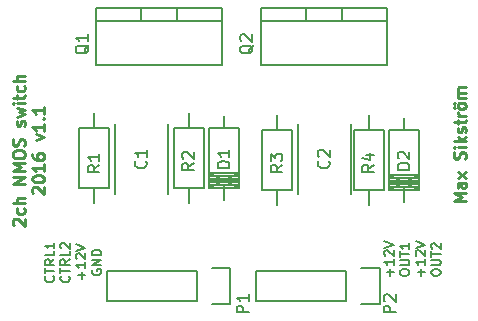
<source format=gto>
G04 #@! TF.FileFunction,Legend,Top*
%FSLAX45Y45*%
G04 Gerber Fmt 4.5, Leading zero omitted, Abs format (unit mm)*
G04 Created by KiCad (PCBNEW 4.0.1-stable) date 2016 October 24, Monday 13:30:03*
%MOMM*%
G01*
G04 APERTURE LIST*
%ADD10C,0.100000*%
%ADD11C,0.200000*%
%ADD12C,0.250000*%
%ADD13C,0.150000*%
G04 APERTURE END LIST*
D10*
D11*
X15857714Y-11765952D02*
X15857714Y-11705000D01*
X15888190Y-11735476D02*
X15827238Y-11735476D01*
X15888190Y-11625000D02*
X15888190Y-11670714D01*
X15888190Y-11647857D02*
X15808190Y-11647857D01*
X15819619Y-11655476D01*
X15827238Y-11663095D01*
X15831048Y-11670714D01*
X15815809Y-11594524D02*
X15812000Y-11590714D01*
X15808190Y-11583095D01*
X15808190Y-11564048D01*
X15812000Y-11556429D01*
X15815809Y-11552619D01*
X15823429Y-11548809D01*
X15831048Y-11548809D01*
X15842476Y-11552619D01*
X15888190Y-11598333D01*
X15888190Y-11548809D01*
X15808190Y-11525952D02*
X15888190Y-11499286D01*
X15808190Y-11472619D01*
X15940190Y-11743095D02*
X15940190Y-11727857D01*
X15944000Y-11720238D01*
X15951619Y-11712619D01*
X15966857Y-11708809D01*
X15993524Y-11708809D01*
X16008762Y-11712619D01*
X16016381Y-11720238D01*
X16020190Y-11727857D01*
X16020190Y-11743095D01*
X16016381Y-11750714D01*
X16008762Y-11758333D01*
X15993524Y-11762143D01*
X15966857Y-11762143D01*
X15951619Y-11758333D01*
X15944000Y-11750714D01*
X15940190Y-11743095D01*
X15940190Y-11674524D02*
X16004952Y-11674524D01*
X16012571Y-11670714D01*
X16016381Y-11666905D01*
X16020190Y-11659286D01*
X16020190Y-11644048D01*
X16016381Y-11636428D01*
X16012571Y-11632619D01*
X16004952Y-11628809D01*
X15940190Y-11628809D01*
X15940190Y-11602143D02*
X15940190Y-11556429D01*
X16020190Y-11579286D02*
X15940190Y-11579286D01*
X16020190Y-11487857D02*
X16020190Y-11533571D01*
X16020190Y-11510714D02*
X15940190Y-11510714D01*
X15951619Y-11518333D01*
X15959238Y-11525952D01*
X15963048Y-11533571D01*
X16121714Y-11765952D02*
X16121714Y-11705000D01*
X16152190Y-11735476D02*
X16091238Y-11735476D01*
X16152190Y-11625000D02*
X16152190Y-11670714D01*
X16152190Y-11647857D02*
X16072190Y-11647857D01*
X16083619Y-11655476D01*
X16091238Y-11663095D01*
X16095048Y-11670714D01*
X16079809Y-11594524D02*
X16076000Y-11590714D01*
X16072190Y-11583095D01*
X16072190Y-11564048D01*
X16076000Y-11556429D01*
X16079809Y-11552619D01*
X16087429Y-11548809D01*
X16095048Y-11548809D01*
X16106476Y-11552619D01*
X16152190Y-11598333D01*
X16152190Y-11548809D01*
X16072190Y-11525952D02*
X16152190Y-11499286D01*
X16072190Y-11472619D01*
X16204190Y-11743095D02*
X16204190Y-11727857D01*
X16208000Y-11720238D01*
X16215619Y-11712619D01*
X16230857Y-11708809D01*
X16257524Y-11708809D01*
X16272762Y-11712619D01*
X16280381Y-11720238D01*
X16284190Y-11727857D01*
X16284190Y-11743095D01*
X16280381Y-11750714D01*
X16272762Y-11758333D01*
X16257524Y-11762143D01*
X16230857Y-11762143D01*
X16215619Y-11758333D01*
X16208000Y-11750714D01*
X16204190Y-11743095D01*
X16204190Y-11674524D02*
X16268952Y-11674524D01*
X16276571Y-11670714D01*
X16280381Y-11666905D01*
X16284190Y-11659286D01*
X16284190Y-11644048D01*
X16280381Y-11636428D01*
X16276571Y-11632619D01*
X16268952Y-11628809D01*
X16204190Y-11628809D01*
X16204190Y-11602143D02*
X16204190Y-11556429D01*
X16284190Y-11579286D02*
X16204190Y-11579286D01*
X16211809Y-11533571D02*
X16208000Y-11529762D01*
X16204190Y-11522143D01*
X16204190Y-11503095D01*
X16208000Y-11495476D01*
X16211809Y-11491667D01*
X16219429Y-11487857D01*
X16227048Y-11487857D01*
X16238476Y-11491667D01*
X16284190Y-11537381D01*
X16284190Y-11487857D01*
X13005571Y-11766190D02*
X13009381Y-11770000D01*
X13013190Y-11781429D01*
X13013190Y-11789048D01*
X13009381Y-11800476D01*
X13001762Y-11808095D01*
X12994143Y-11811905D01*
X12978905Y-11815714D01*
X12967476Y-11815714D01*
X12952238Y-11811905D01*
X12944619Y-11808095D01*
X12937000Y-11800476D01*
X12933190Y-11789048D01*
X12933190Y-11781429D01*
X12937000Y-11770000D01*
X12940809Y-11766190D01*
X12933190Y-11743333D02*
X12933190Y-11697619D01*
X13013190Y-11720476D02*
X12933190Y-11720476D01*
X13013190Y-11625238D02*
X12975095Y-11651905D01*
X13013190Y-11670952D02*
X12933190Y-11670952D01*
X12933190Y-11640476D01*
X12937000Y-11632857D01*
X12940809Y-11629048D01*
X12948429Y-11625238D01*
X12959857Y-11625238D01*
X12967476Y-11629048D01*
X12971286Y-11632857D01*
X12975095Y-11640476D01*
X12975095Y-11670952D01*
X13013190Y-11552857D02*
X13013190Y-11590952D01*
X12933190Y-11590952D01*
X13013190Y-11484286D02*
X13013190Y-11530000D01*
X13013190Y-11507143D02*
X12933190Y-11507143D01*
X12944619Y-11514762D01*
X12952238Y-11522381D01*
X12956048Y-11530000D01*
X13137571Y-11766190D02*
X13141381Y-11770000D01*
X13145190Y-11781429D01*
X13145190Y-11789048D01*
X13141381Y-11800476D01*
X13133762Y-11808095D01*
X13126143Y-11811905D01*
X13110905Y-11815714D01*
X13099476Y-11815714D01*
X13084238Y-11811905D01*
X13076619Y-11808095D01*
X13069000Y-11800476D01*
X13065190Y-11789048D01*
X13065190Y-11781429D01*
X13069000Y-11770000D01*
X13072809Y-11766190D01*
X13065190Y-11743333D02*
X13065190Y-11697619D01*
X13145190Y-11720476D02*
X13065190Y-11720476D01*
X13145190Y-11625238D02*
X13107095Y-11651905D01*
X13145190Y-11670952D02*
X13065190Y-11670952D01*
X13065190Y-11640476D01*
X13069000Y-11632857D01*
X13072809Y-11629048D01*
X13080429Y-11625238D01*
X13091857Y-11625238D01*
X13099476Y-11629048D01*
X13103286Y-11632857D01*
X13107095Y-11640476D01*
X13107095Y-11670952D01*
X13145190Y-11552857D02*
X13145190Y-11590952D01*
X13065190Y-11590952D01*
X13072809Y-11530000D02*
X13069000Y-11526190D01*
X13065190Y-11518571D01*
X13065190Y-11499524D01*
X13069000Y-11491905D01*
X13072809Y-11488095D01*
X13080429Y-11484286D01*
X13088048Y-11484286D01*
X13099476Y-11488095D01*
X13145190Y-11533809D01*
X13145190Y-11484286D01*
X13246714Y-11790952D02*
X13246714Y-11730000D01*
X13277190Y-11760476D02*
X13216238Y-11760476D01*
X13277190Y-11650000D02*
X13277190Y-11695714D01*
X13277190Y-11672857D02*
X13197190Y-11672857D01*
X13208619Y-11680476D01*
X13216238Y-11688095D01*
X13220048Y-11695714D01*
X13204809Y-11619524D02*
X13201000Y-11615714D01*
X13197190Y-11608095D01*
X13197190Y-11589048D01*
X13201000Y-11581429D01*
X13204809Y-11577619D01*
X13212429Y-11573809D01*
X13220048Y-11573809D01*
X13231476Y-11577619D01*
X13277190Y-11623333D01*
X13277190Y-11573809D01*
X13197190Y-11550952D02*
X13277190Y-11524286D01*
X13197190Y-11497619D01*
X13333000Y-11710952D02*
X13329190Y-11718571D01*
X13329190Y-11730000D01*
X13333000Y-11741428D01*
X13340619Y-11749048D01*
X13348238Y-11752857D01*
X13363476Y-11756667D01*
X13374905Y-11756667D01*
X13390143Y-11752857D01*
X13397762Y-11749048D01*
X13405381Y-11741428D01*
X13409190Y-11730000D01*
X13409190Y-11722381D01*
X13405381Y-11710952D01*
X13401571Y-11707143D01*
X13374905Y-11707143D01*
X13374905Y-11722381D01*
X13409190Y-11672857D02*
X13329190Y-11672857D01*
X13409190Y-11627143D01*
X13329190Y-11627143D01*
X13409190Y-11589048D02*
X13329190Y-11589048D01*
X13329190Y-11570000D01*
X13333000Y-11558571D01*
X13340619Y-11550952D01*
X13348238Y-11547143D01*
X13363476Y-11543333D01*
X13374905Y-11543333D01*
X13390143Y-11547143D01*
X13397762Y-11550952D01*
X13405381Y-11558571D01*
X13409190Y-11570000D01*
X13409190Y-11589048D01*
D12*
X16495238Y-11130952D02*
X16395238Y-11130952D01*
X16466667Y-11097619D01*
X16395238Y-11064286D01*
X16495238Y-11064286D01*
X16495238Y-10973810D02*
X16442857Y-10973810D01*
X16433333Y-10978571D01*
X16428571Y-10988095D01*
X16428571Y-11007143D01*
X16433333Y-11016667D01*
X16490476Y-10973810D02*
X16495238Y-10983333D01*
X16495238Y-11007143D01*
X16490476Y-11016667D01*
X16480952Y-11021429D01*
X16471429Y-11021429D01*
X16461905Y-11016667D01*
X16457143Y-11007143D01*
X16457143Y-10983333D01*
X16452381Y-10973810D01*
X16495238Y-10935714D02*
X16428571Y-10883333D01*
X16428571Y-10935714D02*
X16495238Y-10883333D01*
X16490476Y-10773810D02*
X16495238Y-10759524D01*
X16495238Y-10735714D01*
X16490476Y-10726190D01*
X16485714Y-10721429D01*
X16476190Y-10716667D01*
X16466667Y-10716667D01*
X16457143Y-10721429D01*
X16452381Y-10726190D01*
X16447619Y-10735714D01*
X16442857Y-10754762D01*
X16438095Y-10764286D01*
X16433333Y-10769048D01*
X16423809Y-10773810D01*
X16414286Y-10773810D01*
X16404762Y-10769048D01*
X16400000Y-10764286D01*
X16395238Y-10754762D01*
X16395238Y-10730952D01*
X16400000Y-10716667D01*
X16495238Y-10673810D02*
X16428571Y-10673810D01*
X16395238Y-10673810D02*
X16400000Y-10678571D01*
X16404762Y-10673810D01*
X16400000Y-10669048D01*
X16395238Y-10673810D01*
X16404762Y-10673810D01*
X16495238Y-10626191D02*
X16395238Y-10626191D01*
X16457143Y-10616667D02*
X16495238Y-10588095D01*
X16428571Y-10588095D02*
X16466667Y-10626191D01*
X16490476Y-10550000D02*
X16495238Y-10540476D01*
X16495238Y-10521429D01*
X16490476Y-10511905D01*
X16480952Y-10507143D01*
X16476190Y-10507143D01*
X16466667Y-10511905D01*
X16461905Y-10521429D01*
X16461905Y-10535714D01*
X16457143Y-10545238D01*
X16447619Y-10550000D01*
X16442857Y-10550000D01*
X16433333Y-10545238D01*
X16428571Y-10535714D01*
X16428571Y-10521429D01*
X16433333Y-10511905D01*
X16428571Y-10478571D02*
X16428571Y-10440476D01*
X16395238Y-10464286D02*
X16480952Y-10464286D01*
X16490476Y-10459524D01*
X16495238Y-10450000D01*
X16495238Y-10440476D01*
X16495238Y-10407143D02*
X16428571Y-10407143D01*
X16447619Y-10407143D02*
X16438095Y-10402381D01*
X16433333Y-10397619D01*
X16428571Y-10388095D01*
X16428571Y-10378571D01*
X16495238Y-10330952D02*
X16490476Y-10340476D01*
X16485714Y-10345238D01*
X16476190Y-10350000D01*
X16447619Y-10350000D01*
X16438095Y-10345238D01*
X16433333Y-10340476D01*
X16428571Y-10330952D01*
X16428571Y-10316667D01*
X16433333Y-10307143D01*
X16438095Y-10302381D01*
X16447619Y-10297619D01*
X16476190Y-10297619D01*
X16485714Y-10302381D01*
X16490476Y-10307143D01*
X16495238Y-10316667D01*
X16495238Y-10330952D01*
X16395238Y-10340476D02*
X16400000Y-10335714D01*
X16404762Y-10340476D01*
X16400000Y-10345238D01*
X16395238Y-10340476D01*
X16404762Y-10340476D01*
X16395238Y-10302381D02*
X16400000Y-10297619D01*
X16404762Y-10302381D01*
X16400000Y-10307143D01*
X16395238Y-10302381D01*
X16404762Y-10302381D01*
X16495238Y-10254762D02*
X16428571Y-10254762D01*
X16438095Y-10254762D02*
X16433333Y-10250000D01*
X16428571Y-10240476D01*
X16428571Y-10226190D01*
X16433333Y-10216667D01*
X16442857Y-10211905D01*
X16495238Y-10211905D01*
X16442857Y-10211905D02*
X16433333Y-10207143D01*
X16428571Y-10197619D01*
X16428571Y-10183333D01*
X16433333Y-10173809D01*
X16442857Y-10169048D01*
X16495238Y-10169048D01*
X12672262Y-11335714D02*
X12667500Y-11330952D01*
X12662738Y-11321429D01*
X12662738Y-11297619D01*
X12667500Y-11288095D01*
X12672262Y-11283333D01*
X12681786Y-11278571D01*
X12691309Y-11278571D01*
X12705595Y-11283333D01*
X12762738Y-11340476D01*
X12762738Y-11278571D01*
X12757976Y-11192857D02*
X12762738Y-11202381D01*
X12762738Y-11221429D01*
X12757976Y-11230952D01*
X12753214Y-11235714D01*
X12743690Y-11240476D01*
X12715119Y-11240476D01*
X12705595Y-11235714D01*
X12700833Y-11230952D01*
X12696071Y-11221429D01*
X12696071Y-11202381D01*
X12700833Y-11192857D01*
X12762738Y-11150000D02*
X12662738Y-11150000D01*
X12762738Y-11107143D02*
X12710357Y-11107143D01*
X12700833Y-11111905D01*
X12696071Y-11121429D01*
X12696071Y-11135714D01*
X12700833Y-11145238D01*
X12705595Y-11150000D01*
X12762738Y-10983333D02*
X12662738Y-10983333D01*
X12762738Y-10926190D01*
X12662738Y-10926190D01*
X12762738Y-10878571D02*
X12662738Y-10878571D01*
X12734167Y-10845238D01*
X12662738Y-10811905D01*
X12762738Y-10811905D01*
X12662738Y-10745238D02*
X12662738Y-10726190D01*
X12667500Y-10716667D01*
X12677024Y-10707143D01*
X12696071Y-10702381D01*
X12729405Y-10702381D01*
X12748452Y-10707143D01*
X12757976Y-10716667D01*
X12762738Y-10726190D01*
X12762738Y-10745238D01*
X12757976Y-10754762D01*
X12748452Y-10764286D01*
X12729405Y-10769048D01*
X12696071Y-10769048D01*
X12677024Y-10764286D01*
X12667500Y-10754762D01*
X12662738Y-10745238D01*
X12757976Y-10664286D02*
X12762738Y-10650000D01*
X12762738Y-10626190D01*
X12757976Y-10616667D01*
X12753214Y-10611905D01*
X12743690Y-10607143D01*
X12734167Y-10607143D01*
X12724643Y-10611905D01*
X12719881Y-10616667D01*
X12715119Y-10626190D01*
X12710357Y-10645238D01*
X12705595Y-10654762D01*
X12700833Y-10659524D01*
X12691309Y-10664286D01*
X12681786Y-10664286D01*
X12672262Y-10659524D01*
X12667500Y-10654762D01*
X12662738Y-10645238D01*
X12662738Y-10621429D01*
X12667500Y-10607143D01*
X12757976Y-10492857D02*
X12762738Y-10483333D01*
X12762738Y-10464286D01*
X12757976Y-10454762D01*
X12748452Y-10450000D01*
X12743690Y-10450000D01*
X12734167Y-10454762D01*
X12729405Y-10464286D01*
X12729405Y-10478571D01*
X12724643Y-10488095D01*
X12715119Y-10492857D01*
X12710357Y-10492857D01*
X12700833Y-10488095D01*
X12696071Y-10478571D01*
X12696071Y-10464286D01*
X12700833Y-10454762D01*
X12696071Y-10416667D02*
X12762738Y-10397619D01*
X12715119Y-10378571D01*
X12762738Y-10359524D01*
X12696071Y-10340476D01*
X12762738Y-10302381D02*
X12696071Y-10302381D01*
X12662738Y-10302381D02*
X12667500Y-10307143D01*
X12672262Y-10302381D01*
X12667500Y-10297619D01*
X12662738Y-10302381D01*
X12672262Y-10302381D01*
X12696071Y-10269048D02*
X12696071Y-10230952D01*
X12662738Y-10254762D02*
X12748452Y-10254762D01*
X12757976Y-10250000D01*
X12762738Y-10240476D01*
X12762738Y-10230952D01*
X12757976Y-10154762D02*
X12762738Y-10164286D01*
X12762738Y-10183333D01*
X12757976Y-10192857D01*
X12753214Y-10197619D01*
X12743690Y-10202381D01*
X12715119Y-10202381D01*
X12705595Y-10197619D01*
X12700833Y-10192857D01*
X12696071Y-10183333D01*
X12696071Y-10164286D01*
X12700833Y-10154762D01*
X12762738Y-10111905D02*
X12662738Y-10111905D01*
X12762738Y-10069048D02*
X12710357Y-10069048D01*
X12700833Y-10073809D01*
X12696071Y-10083333D01*
X12696071Y-10097619D01*
X12700833Y-10107143D01*
X12705595Y-10111905D01*
X12837262Y-11066667D02*
X12832500Y-11061905D01*
X12827738Y-11052381D01*
X12827738Y-11028571D01*
X12832500Y-11019048D01*
X12837262Y-11014286D01*
X12846786Y-11009524D01*
X12856309Y-11009524D01*
X12870595Y-11014286D01*
X12927738Y-11071429D01*
X12927738Y-11009524D01*
X12827738Y-10947619D02*
X12827738Y-10938095D01*
X12832500Y-10928571D01*
X12837262Y-10923810D01*
X12846786Y-10919048D01*
X12865833Y-10914286D01*
X12889643Y-10914286D01*
X12908690Y-10919048D01*
X12918214Y-10923810D01*
X12922976Y-10928571D01*
X12927738Y-10938095D01*
X12927738Y-10947619D01*
X12922976Y-10957143D01*
X12918214Y-10961905D01*
X12908690Y-10966667D01*
X12889643Y-10971429D01*
X12865833Y-10971429D01*
X12846786Y-10966667D01*
X12837262Y-10961905D01*
X12832500Y-10957143D01*
X12827738Y-10947619D01*
X12927738Y-10819048D02*
X12927738Y-10876191D01*
X12927738Y-10847619D02*
X12827738Y-10847619D01*
X12842024Y-10857143D01*
X12851548Y-10866667D01*
X12856309Y-10876191D01*
X12827738Y-10733333D02*
X12827738Y-10752381D01*
X12832500Y-10761905D01*
X12837262Y-10766667D01*
X12851548Y-10776191D01*
X12870595Y-10780952D01*
X12908690Y-10780952D01*
X12918214Y-10776191D01*
X12922976Y-10771429D01*
X12927738Y-10761905D01*
X12927738Y-10742857D01*
X12922976Y-10733333D01*
X12918214Y-10728571D01*
X12908690Y-10723810D01*
X12884881Y-10723810D01*
X12875357Y-10728571D01*
X12870595Y-10733333D01*
X12865833Y-10742857D01*
X12865833Y-10761905D01*
X12870595Y-10771429D01*
X12875357Y-10776191D01*
X12884881Y-10780952D01*
X12861071Y-10614286D02*
X12927738Y-10590476D01*
X12861071Y-10566667D01*
X12927738Y-10476190D02*
X12927738Y-10533333D01*
X12927738Y-10504762D02*
X12827738Y-10504762D01*
X12842024Y-10514286D01*
X12851548Y-10523810D01*
X12856309Y-10533333D01*
X12918214Y-10433333D02*
X12922976Y-10428571D01*
X12927738Y-10433333D01*
X12922976Y-10438095D01*
X12918214Y-10433333D01*
X12927738Y-10433333D01*
X12927738Y-10333333D02*
X12927738Y-10390476D01*
X12927738Y-10361905D02*
X12827738Y-10361905D01*
X12842024Y-10371429D01*
X12851548Y-10380952D01*
X12856309Y-10390476D01*
D13*
X13975000Y-10475000D02*
X13975000Y-11075000D01*
X13525000Y-11075000D02*
X13525000Y-10475000D01*
X15525000Y-10475000D02*
X15525000Y-11075000D01*
X15075000Y-11075000D02*
X15075000Y-10475000D01*
X14450000Y-10513000D02*
X14450000Y-10411400D01*
X14450000Y-10995600D02*
X14450000Y-11122600D01*
X14323000Y-10970200D02*
X14577000Y-10970200D01*
X14323000Y-10944800D02*
X14577000Y-10944800D01*
X14323000Y-10919400D02*
X14577000Y-10919400D01*
X14323000Y-10995600D02*
X14577000Y-10995600D01*
X14323000Y-10894000D02*
X14577000Y-11021000D01*
X14323000Y-11021000D02*
X14577000Y-10894000D01*
X14323000Y-10894000D02*
X14577000Y-10894000D01*
X14323000Y-10957500D02*
X14577000Y-10957500D01*
X14577000Y-11021000D02*
X14323000Y-11021000D01*
X14323000Y-11021000D02*
X14323000Y-10513000D01*
X14323000Y-10513000D02*
X14577000Y-10513000D01*
X14577000Y-10513000D02*
X14577000Y-11021000D01*
X15975000Y-10529000D02*
X15975000Y-10427400D01*
X15975000Y-11011600D02*
X15975000Y-11138600D01*
X15848000Y-10986200D02*
X16102000Y-10986200D01*
X15848000Y-10960800D02*
X16102000Y-10960800D01*
X15848000Y-10935400D02*
X16102000Y-10935400D01*
X15848000Y-11011600D02*
X16102000Y-11011600D01*
X15848000Y-10910000D02*
X16102000Y-11037000D01*
X15848000Y-11037000D02*
X16102000Y-10910000D01*
X15848000Y-10910000D02*
X16102000Y-10910000D01*
X15848000Y-10973500D02*
X16102000Y-10973500D01*
X16102000Y-11037000D02*
X15848000Y-11037000D01*
X15848000Y-11037000D02*
X15848000Y-10529000D01*
X15848000Y-10529000D02*
X16102000Y-10529000D01*
X16102000Y-10529000D02*
X16102000Y-11037000D01*
X15485000Y-11723000D02*
X14723000Y-11723000D01*
X15485000Y-11977000D02*
X14723000Y-11977000D01*
X15767000Y-12005000D02*
X15612000Y-12005000D01*
X14723000Y-11723000D02*
X14723000Y-11977000D01*
X15485000Y-11977000D02*
X15485000Y-11723000D01*
X15612000Y-11695000D02*
X15767000Y-11695000D01*
X15767000Y-11695000D02*
X15767000Y-12005000D01*
X13743600Y-9495200D02*
X13743600Y-9609500D01*
X14048400Y-9495200D02*
X14048400Y-9609500D01*
X14429400Y-9609500D02*
X14429400Y-9977800D01*
X14429400Y-9977800D02*
X13362600Y-9977800D01*
X13362600Y-9977800D02*
X13362600Y-9609500D01*
X14429400Y-9495200D02*
X14429400Y-9609500D01*
X14429400Y-9609500D02*
X13362600Y-9609500D01*
X13362600Y-9609500D02*
X13362600Y-9495200D01*
X13896000Y-9495200D02*
X13362600Y-9495200D01*
X13896000Y-9495200D02*
X14429400Y-9495200D01*
X15143600Y-9495200D02*
X15143600Y-9609500D01*
X15448400Y-9495200D02*
X15448400Y-9609500D01*
X15829400Y-9609500D02*
X15829400Y-9977800D01*
X15829400Y-9977800D02*
X14762600Y-9977800D01*
X14762600Y-9977800D02*
X14762600Y-9609500D01*
X15829400Y-9495200D02*
X15829400Y-9609500D01*
X15829400Y-9609500D02*
X14762600Y-9609500D01*
X14762600Y-9609500D02*
X14762600Y-9495200D01*
X15296000Y-9495200D02*
X14762600Y-9495200D01*
X15296000Y-9495200D02*
X15829400Y-9495200D01*
X13477000Y-10513000D02*
X13477000Y-11021000D01*
X13477000Y-11021000D02*
X13223000Y-11021000D01*
X13223000Y-11021000D02*
X13223000Y-10513000D01*
X13223000Y-10513000D02*
X13477000Y-10513000D01*
X13350000Y-10513000D02*
X13350000Y-10386000D01*
X13350000Y-11021000D02*
X13350000Y-11148000D01*
X14277000Y-10513000D02*
X14277000Y-11021000D01*
X14277000Y-11021000D02*
X14023000Y-11021000D01*
X14023000Y-11021000D02*
X14023000Y-10513000D01*
X14023000Y-10513000D02*
X14277000Y-10513000D01*
X14150000Y-10513000D02*
X14150000Y-10386000D01*
X14150000Y-11021000D02*
X14150000Y-11148000D01*
X15027000Y-10529000D02*
X15027000Y-11037000D01*
X15027000Y-11037000D02*
X14773000Y-11037000D01*
X14773000Y-11037000D02*
X14773000Y-10529000D01*
X14773000Y-10529000D02*
X15027000Y-10529000D01*
X14900000Y-10529000D02*
X14900000Y-10402000D01*
X14900000Y-11037000D02*
X14900000Y-11164000D01*
X15802000Y-10529000D02*
X15802000Y-11037000D01*
X15802000Y-11037000D02*
X15548000Y-11037000D01*
X15548000Y-11037000D02*
X15548000Y-10529000D01*
X15548000Y-10529000D02*
X15802000Y-10529000D01*
X15675000Y-10529000D02*
X15675000Y-10402000D01*
X15675000Y-11037000D02*
X15675000Y-11164000D01*
X14223000Y-11723000D02*
X13461000Y-11723000D01*
X14223000Y-11977000D02*
X13461000Y-11977000D01*
X14505000Y-12005000D02*
X14350000Y-12005000D01*
X13461000Y-11723000D02*
X13461000Y-11977000D01*
X14223000Y-11977000D02*
X14223000Y-11723000D01*
X14350000Y-11695000D02*
X14505000Y-11695000D01*
X14505000Y-11695000D02*
X14505000Y-12005000D01*
X13785714Y-10791667D02*
X13790476Y-10796429D01*
X13795238Y-10810714D01*
X13795238Y-10820238D01*
X13790476Y-10834524D01*
X13780952Y-10844048D01*
X13771429Y-10848810D01*
X13752381Y-10853571D01*
X13738095Y-10853571D01*
X13719048Y-10848810D01*
X13709524Y-10844048D01*
X13700000Y-10834524D01*
X13695238Y-10820238D01*
X13695238Y-10810714D01*
X13700000Y-10796429D01*
X13704762Y-10791667D01*
X13795238Y-10696429D02*
X13795238Y-10753571D01*
X13795238Y-10725000D02*
X13695238Y-10725000D01*
X13709524Y-10734524D01*
X13719048Y-10744048D01*
X13723809Y-10753571D01*
X15335714Y-10791667D02*
X15340476Y-10796429D01*
X15345238Y-10810714D01*
X15345238Y-10820238D01*
X15340476Y-10834524D01*
X15330952Y-10844048D01*
X15321429Y-10848810D01*
X15302381Y-10853571D01*
X15288095Y-10853571D01*
X15269048Y-10848810D01*
X15259524Y-10844048D01*
X15250000Y-10834524D01*
X15245238Y-10820238D01*
X15245238Y-10810714D01*
X15250000Y-10796429D01*
X15254762Y-10791667D01*
X15254762Y-10753571D02*
X15250000Y-10748810D01*
X15245238Y-10739286D01*
X15245238Y-10715476D01*
X15250000Y-10705952D01*
X15254762Y-10701190D01*
X15264286Y-10696429D01*
X15273809Y-10696429D01*
X15288095Y-10701190D01*
X15345238Y-10758333D01*
X15345238Y-10696429D01*
X14495238Y-10848810D02*
X14395238Y-10848810D01*
X14395238Y-10825000D01*
X14400000Y-10810714D01*
X14409524Y-10801190D01*
X14419048Y-10796429D01*
X14438095Y-10791667D01*
X14452381Y-10791667D01*
X14471429Y-10796429D01*
X14480952Y-10801190D01*
X14490476Y-10810714D01*
X14495238Y-10825000D01*
X14495238Y-10848810D01*
X14495238Y-10696429D02*
X14495238Y-10753571D01*
X14495238Y-10725000D02*
X14395238Y-10725000D01*
X14409524Y-10734524D01*
X14419048Y-10744048D01*
X14423809Y-10753571D01*
X16020492Y-10864810D02*
X15920492Y-10864810D01*
X15920492Y-10841000D01*
X15925254Y-10826714D01*
X15934778Y-10817190D01*
X15944302Y-10812429D01*
X15963349Y-10807667D01*
X15977635Y-10807667D01*
X15996683Y-10812429D01*
X16006206Y-10817190D01*
X16015730Y-10826714D01*
X16020492Y-10841000D01*
X16020492Y-10864810D01*
X15930016Y-10769571D02*
X15925254Y-10764810D01*
X15920492Y-10755286D01*
X15920492Y-10731476D01*
X15925254Y-10721952D01*
X15930016Y-10717190D01*
X15939540Y-10712429D01*
X15949063Y-10712429D01*
X15963349Y-10717190D01*
X16020492Y-10774333D01*
X16020492Y-10712429D01*
X15903238Y-12073809D02*
X15803238Y-12073809D01*
X15803238Y-12035714D01*
X15808000Y-12026190D01*
X15812762Y-12021428D01*
X15822286Y-12016667D01*
X15836571Y-12016667D01*
X15846095Y-12021428D01*
X15850857Y-12026190D01*
X15855619Y-12035714D01*
X15855619Y-12073809D01*
X15812762Y-11978571D02*
X15808000Y-11973809D01*
X15803238Y-11964286D01*
X15803238Y-11940476D01*
X15808000Y-11930952D01*
X15812762Y-11926190D01*
X15822286Y-11921428D01*
X15831809Y-11921428D01*
X15846095Y-11926190D01*
X15903238Y-11983333D01*
X15903238Y-11921428D01*
X13304762Y-9809524D02*
X13300000Y-9819048D01*
X13290476Y-9828571D01*
X13276190Y-9842857D01*
X13271429Y-9852381D01*
X13271429Y-9861905D01*
X13295238Y-9857143D02*
X13290476Y-9866667D01*
X13280952Y-9876191D01*
X13261905Y-9880952D01*
X13228571Y-9880952D01*
X13209524Y-9876191D01*
X13200000Y-9866667D01*
X13195238Y-9857143D01*
X13195238Y-9838095D01*
X13200000Y-9828571D01*
X13209524Y-9819048D01*
X13228571Y-9814286D01*
X13261905Y-9814286D01*
X13280952Y-9819048D01*
X13290476Y-9828571D01*
X13295238Y-9838095D01*
X13295238Y-9857143D01*
X13295238Y-9719048D02*
X13295238Y-9776191D01*
X13295238Y-9747619D02*
X13195238Y-9747619D01*
X13209524Y-9757143D01*
X13219048Y-9766667D01*
X13223809Y-9776191D01*
X14696762Y-9809524D02*
X14692000Y-9819048D01*
X14682476Y-9828571D01*
X14668190Y-9842857D01*
X14663429Y-9852381D01*
X14663429Y-9861905D01*
X14687238Y-9857143D02*
X14682476Y-9866667D01*
X14672952Y-9876191D01*
X14653905Y-9880952D01*
X14620571Y-9880952D01*
X14601524Y-9876191D01*
X14592000Y-9866667D01*
X14587238Y-9857143D01*
X14587238Y-9838095D01*
X14592000Y-9828571D01*
X14601524Y-9819048D01*
X14620571Y-9814286D01*
X14653905Y-9814286D01*
X14672952Y-9819048D01*
X14682476Y-9828571D01*
X14687238Y-9838095D01*
X14687238Y-9857143D01*
X14596762Y-9776191D02*
X14592000Y-9771429D01*
X14587238Y-9761905D01*
X14587238Y-9738095D01*
X14592000Y-9728571D01*
X14596762Y-9723810D01*
X14606286Y-9719048D01*
X14615809Y-9719048D01*
X14630095Y-9723810D01*
X14687238Y-9780952D01*
X14687238Y-9719048D01*
X13395238Y-10825667D02*
X13347619Y-10859000D01*
X13395238Y-10882810D02*
X13295238Y-10882810D01*
X13295238Y-10844714D01*
X13300000Y-10835190D01*
X13304762Y-10830429D01*
X13314286Y-10825667D01*
X13328571Y-10825667D01*
X13338095Y-10830429D01*
X13342857Y-10835190D01*
X13347619Y-10844714D01*
X13347619Y-10882810D01*
X13395238Y-10730429D02*
X13395238Y-10787571D01*
X13395238Y-10759000D02*
X13295238Y-10759000D01*
X13309524Y-10768524D01*
X13319048Y-10778048D01*
X13323809Y-10787571D01*
X14195238Y-10808559D02*
X14147619Y-10841892D01*
X14195238Y-10865702D02*
X14095238Y-10865702D01*
X14095238Y-10827606D01*
X14100000Y-10818082D01*
X14104762Y-10813321D01*
X14114286Y-10808559D01*
X14128571Y-10808559D01*
X14138095Y-10813321D01*
X14142857Y-10818082D01*
X14147619Y-10827606D01*
X14147619Y-10865702D01*
X14104762Y-10770463D02*
X14100000Y-10765702D01*
X14095238Y-10756178D01*
X14095238Y-10732368D01*
X14100000Y-10722844D01*
X14104762Y-10718082D01*
X14114286Y-10713321D01*
X14123809Y-10713321D01*
X14138095Y-10718082D01*
X14195238Y-10775225D01*
X14195238Y-10713321D01*
X14945238Y-10824559D02*
X14897619Y-10857892D01*
X14945238Y-10881702D02*
X14845238Y-10881702D01*
X14845238Y-10843606D01*
X14850000Y-10834082D01*
X14854762Y-10829321D01*
X14864286Y-10824559D01*
X14878571Y-10824559D01*
X14888095Y-10829321D01*
X14892857Y-10834082D01*
X14897619Y-10843606D01*
X14897619Y-10881702D01*
X14845238Y-10791225D02*
X14845238Y-10729321D01*
X14883333Y-10762654D01*
X14883333Y-10748368D01*
X14888095Y-10738844D01*
X14892857Y-10734082D01*
X14902381Y-10729321D01*
X14926190Y-10729321D01*
X14935714Y-10734082D01*
X14940476Y-10738844D01*
X14945238Y-10748368D01*
X14945238Y-10776940D01*
X14940476Y-10786463D01*
X14935714Y-10791225D01*
X15720238Y-10824559D02*
X15672619Y-10857892D01*
X15720238Y-10881702D02*
X15620238Y-10881702D01*
X15620238Y-10843606D01*
X15625000Y-10834082D01*
X15629762Y-10829321D01*
X15639286Y-10824559D01*
X15653571Y-10824559D01*
X15663095Y-10829321D01*
X15667857Y-10834082D01*
X15672619Y-10843606D01*
X15672619Y-10881702D01*
X15653571Y-10738844D02*
X15720238Y-10738844D01*
X15615476Y-10762654D02*
X15686905Y-10786463D01*
X15686905Y-10724559D01*
X14658238Y-12073809D02*
X14558238Y-12073809D01*
X14558238Y-12035714D01*
X14563000Y-12026190D01*
X14567762Y-12021428D01*
X14577286Y-12016667D01*
X14591571Y-12016667D01*
X14601095Y-12021428D01*
X14605857Y-12026190D01*
X14610619Y-12035714D01*
X14610619Y-12073809D01*
X14658238Y-11921428D02*
X14658238Y-11978571D01*
X14658238Y-11950000D02*
X14558238Y-11950000D01*
X14572524Y-11959524D01*
X14582048Y-11969048D01*
X14586809Y-11978571D01*
M02*

</source>
